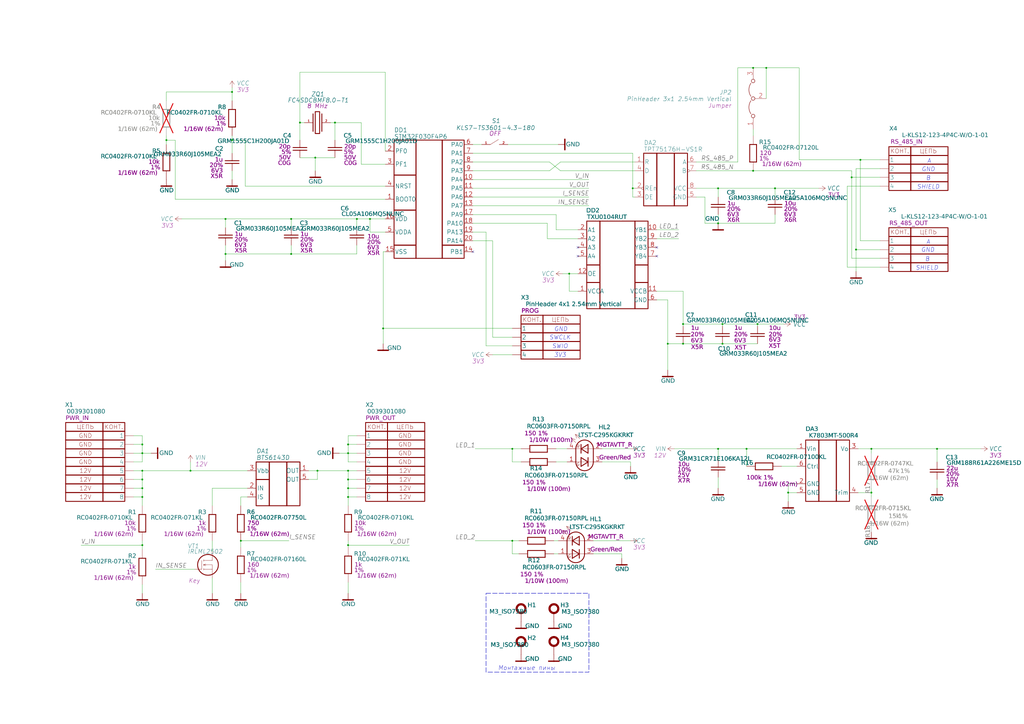
<source format=kicad_sch>
(kicad_sch (version 20250114) (generator "eeschema") (generator_version "9.0")
  (paper "A2")
  (title_block (title "Плата выключателя\\n Схема электрическая\\n принципиальная") (company "MALT SYSTEM") (comment 1 "РВНЕ.468349.001 Э3") (comment 2 "Соломонов К.Д.") (comment 3 "Белкин М.А.") (comment 4 "Боннет Я.В."))
  (rectangle (start 281.94 344.17) (end 341.63 389.89) (stroke (width 0.25) (type dash)))
  (text "A" (at 538.988 93.472 0) (effects (font (size 2.5 2.5) (italic yes))))
  (text "B" (at 537.972 150.368 0) (effects (font (size 2.5 2.5) (italic yes))))
  (text "A" (at 538.48 140.462 0) (effects (font (size 2.5 2.5) (italic yes))))
  (text "SHIELD" (at 537.718 155.448 0) (effects (font (size 2.5 2.5) (italic yes))))
  (text "GND" (at 538.226 145.034 0) (effects (font (size 2.5 2.5) (italic yes))))
  (text "3V3" (at 324.866 205.994 0) (effects (font (size 2.5 2.5) (italic yes))))
  (text "B" (at 538.48 103.378 0) (effects (font (size 2.5 2.5) (italic yes))))
  (text "GND" (at 538.48 98.298 0) (effects (font (size 2.5 2.5) (italic yes))))
  (text "Монтажные пины" (at 305.562 387.604 0) (effects (font (size 2.5 2.5) (italic yes))))
  (text "SWIO" (at 324.866 200.914 0) (effects (font (size 2.5 2.5) (italic yes))))
  (text "SWCLK" (at 324.866 195.834 0) (effects (font (size 2.5 2.5) (italic yes))))
  (text "GND" (at 325.374 191.008 0) (effects (font (size 2.5 2.5) (italic yes))))
  (text "SHIELD" (at 538.48 108.458 0) (effects (font (size 2.5 2.5) (italic yes))))
  (junction (at 201.93 278.13))
  (junction (at 201.93 283.21))
  (junction (at 173.99 71.12))
  (junction (at 201.93 316.23))
  (junction (at 449.58 109.22))
  (junction (at 416.56 109.22))
  (junction (at 297.18 260.35))
  (junction (at 207.01 127))
  (junction (at 222.25 190.5))
  (junction (at 201.93 288.29))
  (junction (at 457.2 285.75))
  (junction (at 543.56 260.35))
  (junction (at 297.18 313.69))
  (junction (at 444.5 39.37))
  (junction (at 110.49 273.05))
  (junction (at 168.91 127))
  (junction (at 419.1 199.39))
  (junction (at 82.55 262.89))
  (junction (at 168.91 147.32))
  (junction (at 330.2 158.75))
  (junction (at 416.56 260.35))
  (junction (at 201.93 273.05))
  (junction (at 139.7 313.69))
  (junction (at 182.88 91.44))
  (junction (at 82.55 257.81))
  (junction (at 367.03 109.22))
  (junction (at 436.88 39.37))
  (junction (at 130.81 127))
  (junction (at 436.88 99.06))
  (junction (at 184.15 273.05))
  (junction (at 505.46 285.75))
  (junction (at 416.56 129.54))
  (junction (at 82.55 316.23))
  (junction (at 82.55 273.05))
  (junction (at 214.63 127))
  (junction (at 433.07 260.35))
  (junction (at 496.57 144.78))
  (junction (at 201.93 257.81))
  (junction (at 396.24 199.39))
  (junction (at 439.42 187.96))
  (junction (at 82.55 278.13))
  (junction (at 82.55 288.29))
  (junction (at 419.1 187.96))
  (junction (at 201.93 262.89))
  (junction (at 396.24 187.96))
  (junction (at 505.46 260.35))
  (junction (at 494.03 102.87))
  (junction (at 499.11 92.71))
  (junction (at 387.35 199.39))
  (junction (at 82.55 283.21))
  (junction (at 96.52 81.28))
  (junction (at 130.81 147.32))
  (junction (at 134.62 53.34))
  (junction (at 134.62 81.28))
  (junction (at 194.31 71.12))
  (no_connect (at 335.28 143.51))
  (no_connect (at 274.32 146.05))
  (no_connect (at 335.28 148.59))
  (no_connect (at 381 148.59))
  (no_connect (at 381 143.51))
  (wire (pts (xy 201.93 267.97) (xy 201.93 262.89)))
  (wire (pts (xy 381 133.35) (xy 393.7 133.35)))
  (wire (pts (xy 543.56 278.13) (xy 543.56 283.21)))
  (wire (pts (xy 294.64 83.82) (xy 323.85 83.82)))
  (wire (pts (xy 496.57 97.79) (xy 496.57 144.78)))
  (wire (pts (xy 209.55 95.25) (xy 209.55 71.12)))
  (wire (pts (xy 297.18 321.31) (xy 300.99 321.31)))
  (wire (pts (xy 349.25 267.97) (xy 365.76 267.97)))
  (wire (pts (xy 387.35 199.39) (xy 396.24 199.39)))
  (wire (pts (xy 403.86 109.22) (xy 416.56 109.22)))
  (wire (pts (xy 96.52 53.34) (xy 96.52 58.42)))
  (wire (pts (xy 285.75 205.74) (xy 297.18 205.74)))
  (wire (pts (xy 403.86 93.98) (xy 427.99 93.98)))
  (wire (pts (xy 439.42 187.96) (xy 454.66 187.96)))
  (wire (pts (xy 510.54 139.7) (xy 499.11 139.7)))
  (wire (pts (xy 322.58 124.46) (xy 274.32 124.46)))
  (wire (pts (xy 449.58 124.46) (xy 449.58 129.54)))
  (wire (pts (xy 505.46 285.75) (xy 505.46 283.21)))
  (wire (pts (xy 168.91 147.32) (xy 168.91 142.24)))
  (wire (pts (xy 130.81 127) (xy 168.91 127)))
  (wire (pts (xy 123.19 335.28) (xy 123.19 344.17)))
  (wire (pts (xy 222.25 146.05) (xy 222.25 190.5)))
  (wire (pts (xy 168.91 147.32) (xy 130.81 147.32)))
  (wire (pts (xy 214.63 127) (xy 223.52 127)))
  (wire (pts (xy 96.52 78.74) (xy 96.52 81.28)))
  (wire (pts (xy 214.63 134.62) (xy 223.52 134.62)))
  (wire (pts (xy 449.58 129.54) (xy 416.56 129.54)))
  (wire (pts (xy 82.55 278.13) (xy 82.55 283.21)))
  (wire (pts (xy 209.55 71.12) (xy 194.31 71.12)))
  (wire (pts (xy 505.46 260.35) (xy 505.46 262.89)))
  (wire (pts (xy 142.24 81.28) (xy 142.24 107.95)))
  (wire (pts (xy 77.47 257.81) (xy 82.55 257.81)))
  (wire (pts (xy 223.52 87.63) (xy 223.52 41.91)))
  (wire (pts (xy 499.11 92.71) (xy 499.11 139.7)))
  (wire (pts (xy 433.07 260.35) (xy 433.07 270.51)))
  (wire (pts (xy 330.2 158.75) (xy 330.2 168.91)))
  (wire (pts (xy 223.52 41.91) (xy 173.99 41.91)))
  (wire (pts (xy 191.77 71.12) (xy 194.31 71.12)))
  (wire (pts (xy 543.56 267.97) (xy 543.56 260.35)))
  (wire (pts (xy 201.93 252.73) (xy 207.01 252.73)))
  (wire (pts (xy 297.18 195.58) (xy 285.75 195.58)))
  (wire (pts (xy 184.15 278.13) (xy 184.15 273.05)))
  (wire (pts (xy 214.63 127) (xy 207.01 127)))
  (wire (pts (xy 427.99 39.37) (xy 436.88 39.37)))
  (wire (pts (xy 387.35 173.99) (xy 381 173.99)))
  (wire (pts (xy 179.07 278.13) (xy 184.15 278.13)))
  (wire (pts (xy 368.3 114.3) (xy 367.03 114.3)))
  (wire (pts (xy 391.16 260.35) (xy 416.56 260.35)))
  (wire (pts (xy 325.12 99.06) (xy 368.3 99.06)))
  (wire (pts (xy 463.55 39.37) (xy 444.5 39.37)))
  (wire (pts (xy 396.24 168.91) (xy 381 168.91)))
  (wire (pts (xy 419.1 199.39) (xy 439.42 199.39)))
  (wire (pts (xy 433.07 260.35) (xy 462.28 260.35)))
  (wire (pts (xy 173.99 91.44) (xy 182.88 91.44)))
  (wire (pts (xy 173.99 71.12) (xy 173.99 81.28)))
  (wire (pts (xy 496.57 144.78) (xy 496.57 157.48)))
  (wire (pts (xy 416.56 276.86) (xy 416.56 283.21)))
  (wire (pts (xy 274.32 109.22) (xy 341.63 109.22)))
  (wire (pts (xy 201.93 262.89) (xy 201.93 257.81)))
  (wire (pts (xy 222.25 190.5) (xy 297.18 190.5)))
  (wire (pts (xy 318.77 93.98) (xy 274.32 93.98)))
  (wire (pts (xy 223.52 146.05) (xy 222.25 146.05)))
  (wire (pts (xy 349.25 260.35) (xy 365.76 260.35)))
  (wire (pts (xy 139.7 293.37) (xy 139.7 288.29)))
  (wire (pts (xy 367.03 114.3) (xy 367.03 109.22)))
  (wire (pts (xy 510.54 144.78) (xy 496.57 144.78)))
  (wire (pts (xy 317.5 129.54) (xy 317.5 138.43)))
  (wire (pts (xy 281.94 134.62) (xy 274.32 134.62)))
  (wire (pts (xy 207.01 147.32) (xy 168.91 147.32)))
  (wire (pts (xy 207.01 127) (xy 168.91 127)))
  (wire (pts (xy 344.17 313.69) (xy 365.76 313.69)))
  (wire (pts (xy 182.88 91.44) (xy 194.31 91.44)))
  (wire (pts (xy 318.77 93.98) (xy 325.12 99.06)))
  (wire (pts (xy 207.01 288.29) (xy 201.93 288.29)))
  (wire (pts (xy 223.52 95.25) (xy 209.55 95.25)))
  (wire (pts (xy 123.19 283.21) (xy 123.19 293.37)))
  (wire (pts (xy 335.28 158.75) (xy 330.2 158.75)))
  (wire (pts (xy 105.41 127) (xy 130.81 127)))
  (wire (pts (xy 274.32 104.14) (xy 341.63 104.14)))
  (wire (pts (xy 317.5 138.43) (xy 335.28 138.43)))
  (wire (pts (xy 82.55 257.81) (xy 82.55 262.89)))
  (wire (pts (xy 497.84 285.75) (xy 505.46 285.75)))
  (wire (pts (xy 449.58 109.22) (xy 474.98 109.22)))
  (wire (pts (xy 167.64 313.69) (xy 139.7 313.69)))
  (wire (pts (xy 321.31 321.31) (xy 323.85 321.31)))
  (wire (pts (xy 82.55 288.29) (xy 82.55 293.37)))
  (wire (pts (xy 449.58 109.22) (xy 449.58 114.3)))
  (wire (pts (xy 297.18 313.69) (xy 275.59 313.69)))
  (wire (pts (xy 419.1 187.96) (xy 419.1 189.23)))
  (wire (pts (xy 510.54 149.86) (xy 494.03 149.86)))
  (wire (pts (xy 416.56 260.35) (xy 416.56 266.7)))
  (wire (pts (xy 396.24 187.96) (xy 396.24 168.91)))
  (wire (pts (xy 387.35 173.99) (xy 387.35 199.39)))
  (wire (pts (xy 275.59 260.35) (xy 297.18 260.35)))
  (wire (pts (xy 403.86 114.3) (xy 408.94 114.3)))
  (wire (pts (xy 134.62 53.34) (xy 96.52 53.34)))
  (wire (pts (xy 396.24 199.39) (xy 419.1 199.39)))
  (wire (pts (xy 82.55 252.73) (xy 82.55 257.81)))
  (wire (pts (xy 297.18 200.66) (xy 281.94 200.66)))
  (wire (pts (xy 82.55 267.97) (xy 77.47 267.97)))
  (wire (pts (xy 201.93 257.81) (xy 207.01 257.81)))
  (wire (pts (xy 436.88 74.93) (xy 436.88 78.74)))
  (wire (pts (xy 207.01 142.24) (xy 207.01 147.32)))
  (wire (pts (xy 403.86 99.06) (xy 436.88 99.06)))
  (wire (pts (xy 322.58 267.97) (xy 328.93 267.97)))
  (wire (pts (xy 285.75 195.58) (xy 285.75 139.7)))
  (wire (pts (xy 439.42 187.96) (xy 439.42 189.23)))
  (wire (pts (xy 462.28 280.67) (xy 457.2 280.67)))
  (wire (pts (xy 77.47 283.21) (xy 82.55 283.21)))
  (wire (pts (xy 274.32 83.82) (xy 279.4 83.82)))
  (wire (pts (xy 110.49 267.97) (xy 110.49 273.05)))
  (wire (pts (xy 496.57 97.79) (xy 510.54 97.79)))
  (wire (pts (xy 201.93 283.21) (xy 207.01 283.21)))
  (wire (pts (xy 322.58 260.35) (xy 328.93 260.35)))
  (wire (pts (xy 173.99 41.91) (xy 173.99 71.12)))
  (wire (pts (xy 396.24 189.23) (xy 396.24 187.96)))
  (wire (pts (xy 134.62 81.28) (xy 134.62 88.9)))
  (wire (pts (xy 201.93 316.23) (xy 201.93 317.5)))
  (wire (pts (xy 222.25 190.5) (xy 222.25 199.39)))
  (wire (pts (xy 381 138.43) (xy 393.7 138.43)))
  (wire (pts (xy 427.99 39.37) (xy 427.99 93.98)))
  (wire (pts (xy 274.32 88.9) (xy 367.03 88.9)))
  (wire (pts (xy 367.03 88.9) (xy 367.03 109.22)))
  (wire (pts (xy 82.55 262.89) (xy 82.55 267.97)))
  (wire (pts (xy 139.7 288.29) (xy 143.51 288.29)))
  (wire (pts (xy 494.03 102.87) (xy 494.03 149.86)))
  (wire (pts (xy 90.17 330.2) (xy 113.03 330.2)))
  (wire (pts (xy 543.56 260.35) (xy 568.96 260.35)))
  (wire (pts (xy 419.1 187.96) (xy 439.42 187.96)))
  (wire (pts (xy 318.77 99.06) (xy 274.32 99.06)))
  (wire (pts (xy 194.31 71.12) (xy 194.31 81.28)))
  (wire (pts (xy 274.32 114.3) (xy 341.63 114.3)))
  (wire (pts (xy 330.2 168.91) (xy 335.28 168.91)))
  (wire (pts (xy 82.55 288.29) (xy 77.47 288.29)))
  (wire (pts (xy 82.55 273.05) (xy 82.55 278.13)))
  (wire (pts (xy 201.93 313.69) (xy 201.93 316.23)))
  (wire (pts (xy 453.39 270.51) (xy 462.28 270.51)))
  (wire (pts (xy 87.63 262.89) (xy 82.55 262.89)))
  (wire (pts (xy 416.56 109.22) (xy 416.56 114.3)))
  (wire (pts (xy 505.46 285.75) (xy 505.46 288.29)))
  (wire (pts (xy 387.35 214.63) (xy 387.35 199.39)))
  (wire (pts (xy 101.6 115.57) (xy 223.52 115.57)))
  (wire (pts (xy 201.93 337.82) (xy 201.93 344.17)))
  (wire (pts (xy 77.47 273.05) (xy 82.55 273.05)))
  (wire (pts (xy 497.84 260.35) (xy 505.46 260.35)))
  (wire (pts (xy 123.19 313.69) (xy 123.19 320.04)))
  (wire (pts (xy 46.99 316.23) (xy 82.55 316.23)))
  (wire (pts (xy 201.93 262.89) (xy 207.01 262.89)))
  (wire (pts (xy 408.94 114.3) (xy 408.94 129.54)))
  (wire (pts (xy 344.17 321.31) (xy 360.68 321.31)))
  (wire (pts (xy 494.03 102.87) (xy 510.54 102.87)))
  (wire (pts (xy 168.91 127) (xy 168.91 132.08)))
  (wire (pts (xy 285.75 139.7) (xy 274.32 139.7)))
  (wire (pts (xy 321.31 313.69) (xy 323.85 313.69)))
  (wire (pts (xy 297.18 313.69) (xy 297.18 321.31)))
  (wire (pts (xy 201.93 288.29) (xy 201.93 283.21)))
  (wire (pts (xy 457.2 285.75) (xy 462.28 285.75)))
  (wire (pts (xy 201.93 273.05) (xy 207.01 273.05)))
  (wire (pts (xy 134.62 58.42) (xy 134.62 53.34)))
  (wire (pts (xy 176.53 71.12) (xy 173.99 71.12)))
  (wire (pts (xy 201.93 288.29) (xy 201.93 293.37)))
  (wire (pts (xy 207.01 267.97) (xy 201.93 267.97)))
  (wire (pts (xy 360.68 321.31) (xy 360.68 323.85)))
  (wire (pts (xy 491.49 107.95) (xy 491.49 154.94)))
  (wire (pts (xy 318.77 99.06) (xy 325.12 93.98)))
  (wire (pts (xy 499.11 92.71) (xy 510.54 92.71)))
  (wire (pts (xy 82.55 283.21) (xy 82.55 288.29)))
  (wire (pts (xy 444.5 39.37) (xy 436.88 39.37)))
  (wire (pts (xy 77.47 262.89) (xy 82.55 262.89)))
  (wire (pts (xy 130.81 147.32) (xy 130.81 142.24)))
  (wire (pts (xy 281.94 200.66) (xy 281.94 134.62)))
  (wire (pts (xy 444.5 57.15) (xy 444.5 39.37)))
  (wire (pts (xy 196.85 262.89) (xy 201.93 262.89)))
  (wire (pts (xy 365.76 267.97) (xy 365.76 270.51)))
  (wire (pts (xy 201.93 283.21) (xy 201.93 278.13)))
  (wire (pts (xy 491.49 107.95) (xy 510.54 107.95)))
  (wire (pts (xy 184.15 273.05) (xy 201.93 273.05)))
  (wire (pts (xy 201.93 278.13) (xy 201.93 273.05)))
  (wire (pts (xy 494.03 102.87) (xy 494.03 99.06)))
  (wire (pts (xy 134.62 81.28) (xy 142.24 81.28)))
  (wire (pts (xy 101.6 81.28) (xy 96.52 81.28)))
  (wire (pts (xy 463.55 92.71) (xy 499.11 92.71)))
  (wire (pts (xy 82.55 316.23) (xy 82.55 318.77)))
  (wire (pts (xy 297.18 267.97) (xy 302.26 267.97)))
  (wire (pts (xy 201.93 316.23) (xy 237.49 316.23)))
  (wire (pts (xy 274.32 129.54) (xy 317.5 129.54)))
  (wire (pts (xy 139.7 337.82) (xy 139.7 344.17)))
  (wire (pts (xy 134.62 50.8) (xy 134.62 53.34)))
  (wire (pts (xy 543.56 260.35) (xy 505.46 260.35)))
  (wire (pts (xy 142.24 107.95) (xy 223.52 107.95)))
  (wire (pts (xy 297.18 260.35) (xy 297.18 267.97)))
  (wire (pts (xy 207.01 127) (xy 207.01 132.08)))
  (wire (pts (xy 436.88 99.06) (xy 494.03 99.06)))
  (wire (pts (xy 297.18 313.69) (xy 300.99 313.69)))
  (wire (pts (xy 322.58 133.35) (xy 322.58 124.46)))
  (wire (pts (xy 143.51 283.21) (xy 123.19 283.21)))
  (wire (pts (xy 416.56 109.22) (xy 449.58 109.22)))
  (wire (pts (xy 130.81 151.13) (xy 130.81 147.32)))
  (wire (pts (xy 326.39 158.75) (xy 330.2 158.75)))
  (wire (pts (xy 96.52 81.28) (xy 96.52 83.82)))
  (wire (pts (xy 110.49 273.05) (xy 143.51 273.05)))
  (wire (pts (xy 77.47 252.73) (xy 82.55 252.73)))
  (wire (pts (xy 408.94 129.54) (xy 416.56 129.54)))
  (wire (pts (xy 463.55 39.37) (xy 463.55 92.71)))
  (wire (pts (xy 134.62 78.74) (xy 134.62 81.28)))
  (wire (pts (xy 457.2 285.75) (xy 457.2 290.83)))
  (wire (pts (xy 335.28 133.35) (xy 322.58 133.35)))
  (wire (pts (xy 325.12 93.98) (xy 368.3 93.98)))
  (wire (pts (xy 134.62 104.14) (xy 134.62 99.06)))
  (wire (pts (xy 457.2 280.67) (xy 457.2 285.75)))
  (wire (pts (xy 130.81 127) (xy 130.81 132.08)))
  (wire (pts (xy 101.6 115.57) (xy 101.6 81.28)))
  (wire (pts (xy 367.03 109.22) (xy 368.3 109.22)))
  (wire (pts (xy 201.93 257.81) (xy 201.93 252.73)))
  (wire (pts (xy 297.18 260.35) (xy 302.26 260.35)))
  (wire (pts (xy 396.24 187.96) (xy 419.1 187.96)))
  (wire (pts (xy 182.88 99.06) (xy 182.88 91.44)))
  (wire (pts (xy 77.47 278.13) (xy 82.55 278.13)))
  (wire (pts (xy 201.93 278.13) (xy 207.01 278.13)))
  (wire (pts (xy 139.7 313.69) (xy 139.7 317.5)))
  (wire (pts (xy 416.56 260.35) (xy 433.07 260.35)))
  (wire (pts (xy 510.54 154.94) (xy 491.49 154.94)))
  (wire (pts (xy 214.63 127) (xy 214.63 134.62)))
  (wire (pts (xy 82.55 339.09) (xy 82.55 344.17)))
  (wire (pts (xy 82.55 273.05) (xy 110.49 273.05)))
  (wire (pts (xy 82.55 313.69) (xy 82.55 316.23)))
  (wire (pts (xy 416.56 129.54) (xy 416.56 124.46)))
  (wire (pts (xy 274.32 119.38) (xy 341.63 119.38)))
  (wire (pts (xy 179.07 273.05) (xy 184.15 273.05)))
  (label "V_IN" (at 341.63 104.14 180) (effects (font (size 2.54 2.54) (italic yes))))
  (label "IN_SENSE" (at 90.17 330.2 0) (effects (font (size 2.54 2.54) (italic yes))))
  (label "I_SENSE" (at 341.63 114.3 180) (effects (font (size 2.54 2.54) (italic yes))))
  (label "RS_485_N" (at 425.45 99.06 180) (effects (font (size 2.54 2.54) (italic yes))))
  (label "LED_2" (at 393.7 138.43 180) (effects (font (size 2.54 2.54) (italic yes))))
  (label "V_OUT" (at 341.63 109.22 180) (effects (font (size 2.54 2.54) (italic yes))))
  (label "I_SENSE" (at 167.64 313.69 0) (effects (font (size 2.54 2.54) (italic yes))))
  (label "V_IN" (at 46.99 316.23 0) (effects (font (size 2.54 2.54) (italic yes))))
  (label "IN_SENSE" (at 341.63 119.38 180) (effects (font (size 2.54 2.54) (italic yes))))
  (label "LED_1" (at 275.59 260.35 180) (effects (font (size 2.54 2.54) (italic yes))))
  (label "V_OUT" (at 237.49 316.23 180) (effects (font (size 2.54 2.54) (italic yes))))
  (label "LED_2" (at 275.59 313.69 180) (effects (font (size 2.54 2.54) (italic yes))))
  (label "LED_1" (at 393.7 133.35 180) (effects (font (size 2.54 2.54) (italic yes))))
  (label "RS_485_P" (at 425.45 93.98 180) (effects (font (size 2.54 2.54) (italic yes))))
  (symbol (lib_id "GOST_symbols:Capacitor_standart") (at 134.62 93.98 0) (mirror y) (unit 1)
    (property "Reference" "C2" (at 129.54 86.36 0) (effects (font (size 2.5 2.5) (italic yes)) (justify left)))
    (property "Value" "GRM033R60J105MEA2" (at 129.54 89.535 0) (effects (font (size 2.5 2.5) (italic yes)) (justify left)))
    (property "Footprint" "Capacitor_SMD:C_0201_0603Metric" (effects (hide yes)))
    (property "Capacitance" "1u" (at 129.54 92.71 0) (effects (font (size 2.5 2.5) (italic yes)) (justify left)))
    (property "Tolerance" "20%" (at 129.54 95.885 0) (effects (font (size 2.5 2.5) (italic yes)) (justify left)))
    (property "MaxVoltage" "6V3" (at 129.54 99.06 0) (effects (font (size 2.5 2.5) (italic yes)) (justify left)))
    (property "TempFactor" "X5R" (at 129.54 102.235 0) (effects (font (size 2.5 2.5) (italic yes)) (justify left)))
    (property "Type" "Конденсатор  {Конденсаторы}" (effects (hide yes)))
  )
  (symbol (lib_id "GOST_symbols:GND") (at 387.35 215.9 0) (unit 1)
    (property "Reference" "#PWR026" (effects (hide yes)))
    (property "Value" "GND" (at 387.35 220.98 0) (effects (font (size 2.5 2.5) (italic yes))))
  )
  (symbol (lib_id "GOST_symbols:PowerIn") (at 365.76 313.69 180) (unit 1)
    (property "Reference" "#PWR025" (effects (hide yes)))
    (property "Value" "VCC" (at 374.396 313.69 0) (effects (font (size 2.5 2.5) (italic yes)) (justify left)))
    (property "Voltage" "3V3" (at 374.396 317.5 0) (effects (font (size 2.4892 2.4892) (italic yes)) (justify left)))
  )
  (symbol (lib_id "GOST_symbols:GND") (at 321.31 381 0) (unit 1)
    (property "Reference" "#PWR04" (effects (hide yes)))
    (property "Value" "GND" (at 327.66 382.27 0) (effects (font (size 2.5 2.5) (italic yes))))
  )
  (symbol (lib_id "GOST_symbols:GND") (at 96.52 105.41 0) (unit 1)
    (property "Reference" "#PWR010" (effects (hide yes)))
    (property "Value" "GND" (at 96.52 110.49 0) (effects (font (size 2.5 2.5) (italic yes))))
  )
  (symbol (lib_id "GOST_symbols:GND") (at 82.55 345.44 0) (unit 1)
    (property "Reference" "#PWR05" (effects (hide yes)))
    (property "Value" "GND" (at 82.55 350.52 0) (effects (font (size 2.5 2.5) (italic yes))))
  )
  (symbol (lib_id "GOST_symbols:Resistor") (at 311.15 313.69 180) (unit 1)
    (property "Reference" "R11" (at 314.452 296.672 0) (effects (font (size 2.5 2.5) (italic yes)) (justify left)))
    (property "Value" "RC0603FR-07150RPL" (at 302.26 300.736 0) (effects (font (size 2.5 2.5) (italic yes)) (justify right)))
    (property "Footprint" "Resistor_SMD:R_0603_1608Metric" (effects (hide yes)))
    (property "Resistence" "150" (at 310.134 304.8 0) (effects (font (size 2.4892 2.4892) (italic yes)) (justify left)))
    (property "MaxPower" "1/10W (100m)" (at 304.292 308.61 0) (effects (font (size 2.4892 2.4892) (italic yes)) (justify right)))
    (property "Tolerance" "1%" (at 316.484 304.8 0) (effects (font (size 2.4892 2.4892) (italic yes)) (justify left)))
    (property "Type" "Резистор {Резисторы}" (effects (hide yes)))
  )
  (symbol (lib_id "GOST_symbols:MountingHole_Pin") (at 321.31 372.11 0) (unit 1) (in_bom no)
    (property "Reference" "H4" (at 325.12 370.205 0) (effects (font (size 2.5 2.5) (italic yes)) (justify left)))
    (property "Value" "M3_ISO7380" (at 325.12 374.015 0) (effects (font (size 2.5 2.5) (italic yes)) (justify left)))
    (property "Footprint" "MountingHole:MountingHole_3.2mm_M3_ISO7380_Pad" (effects (hide yes)))
    (property "Description" "Mounting Hole without connection" (effects (hide yes)))
    (property "exclude_from_bom" "1" (effects (hide yes)))
  )
  (symbol (lib_id "GOST_symbols:PowerIn") (at 285.75 205.74 0) (unit 1)
    (property "Reference" "#PWR019" (effects (hide yes)))
    (property "Value" "VCC" (at 280.67 205.74 0) (effects (font (size 2.5 2.5) (italic yes)) (justify right)))
    (property "Voltage" "3V3" (at 280.67 209.55 0) (effects (font (size 2.4892 2.4892) (italic yes)) (justify right)))
  )
  (symbol (lib_id "GOST_symbols:GND") (at 365.76 271.78 0) (unit 1)
    (property "Reference" "#PWR024" (effects (hide yes)))
    (property "Value" "GND" (at 365.76 276.86 0) (effects (font (size 2.5 2.5) (italic yes))))
  )
  (symbol (lib_id "GOST_symbols:GND") (at 139.7 345.44 0) (unit 1)
    (property "Reference" "#PWR012" (effects (hide yes)))
    (property "Value" "GND" (at 139.7 350.52 0) (effects (font (size 2.5 2.5) (italic yes))))
  )
  (symbol (lib_id "GOST_symbols:Resistor") (at 505.46 298.45 270) (unit 1) (dnp yes)
    (property "Reference" "R18" (at 503.555 304.8 0) (effects (font (size 2.5 2.5) (italic yes)) (justify left)))
    (property "Value" "RC0402FR-0715KL" (at 530.352 294.894 90) (effects (font (size 2.5 2.5) (italic yes)) (justify right)))
    (property "Footprint" "Resistor_SMD:R_0402_1005Metric" (effects (hide yes)))
    (property "Resistence" "15k" (at 515.112 299.466 90) (effects (font (size 2.4892 2.4892) (italic yes)) (justify left)))
    (property "MaxPower" "1/16W (62m)" (at 528.574 303.784 90) (effects (font (size 2.4892 2.4892) (italic yes)) (justify right)))
    (property "Tolerance" "1%" (at 520.954 299.466 90) (effects (font (size 2.4892 2.4892) (italic yes)) (justify left)))
    (property "Type" "Резистор {Резисторы}" (effects (hide yes)))
  )
  (symbol (lib_id "GOST_symbols:GND") (at 325.12 83.82 90) (unit 1)
    (property "Reference" "#PWR020" (effects (hide yes)))
    (property "Value" "GND" (at 332.486 83.82 90) (effects (font (size 2.5 2.5) (italic yes))))
  )
  (symbol (lib_id "GOST_symbols:Resistor") (at 139.7 327.66 90) (unit 1)
    (property "Reference" "R7" (at 143.51 321.31 90) (effects (font (size 2.5 2.5) (italic yes)) (justify right)))
    (property "Value" "RC0402FR-07160L" (at 143.51 324.485 90) (effects (font (size 2.5 2.5) (italic yes)) (justify right)))
    (property "Footprint" "Resistor_SMD:R_0402_1005Metric" (effects (hide yes)))
    (property "Resistence" "160" (at 143.51 327.66 90) (effects (font (size 2.4892 2.4892) (italic yes)) (justify right)))
    (property "MaxPower" "1/16W (62m)" (at 143.51 334.01 90) (effects (font (size 2.4892 2.4892) (italic yes)) (justify right)))
    (property "Tolerance" "1%" (at 143.51 330.835 90) (effects (font (size 2.4892 2.4892) (italic yes)) (justify right)))
    (property "Type" "Резистор {Резисторы}" (effects (hide yes)))
  )
  (symbol (lib_id "GOST_symbols:Oscillator") (at 184.15 71.12 0) (unit 1)
    (property "Reference" "ZQ1" (at 184.15 54.61 0) (effects (font (size 2.5 2.5) (italic yes))))
    (property "Value" "FC4SDCBMF8.0-T1" (at 184.404 58.166 0) (effects (font (size 2.5 2.5) (italic yes))))
    (property "Footprint" "Crystal:Crystal_SMD_HC49-SD" (effects (hide yes)))
    (property "Frequency" "8 MHz" (at 183.896 61.468 0) (effects (font (size 2.5 2.5) (italic yes))))
    (property "Name" "Name" (effects (hide yes)))
  )
  (symbol (lib_id "GOST_symbols:Capacitor_standart") (at 396.24 194.31 0) (unit 1)
    (property "Reference" "C7" (at 398.018 182.88 0) (effects (font (size 2.5 2.5) (italic yes)) (justify left)))
    (property "Value" "GRM033R60J105MEA2" (at 397.51 185.928 0) (effects (font (size 2.5 2.5) (italic yes)) (justify left)))
    (property "Footprint" "Capacitor_SMD:C_0201_0603Metric" (effects (hide yes)))
    (property "Capacitance" "1u" (at 400.558 190.373 0) (effects (font (size 2.5 2.5) (italic yes)) (justify left)))
    (property "Tolerance" "20%" (at 400.558 194.056 0) (effects (font (size 2.5 2.5) (italic yes)) (justify left)))
    (property "MaxVoltage" "6V3" (at 400.558 197.612 0) (effects (font (size 2.5 2.5) (italic yes)) (justify left)))
    (property "TempFactor" "X5R" (at 400.558 201.422 0) (effects (font (size 2.5 2.5) (italic yes)) (justify left)))
    (property "Type" "Конденсатор  {Конденсаторы}" (effects (hide yes)))
  )
  (symbol (lib_id "GOST_symbols:Resistor") (at 311.15 321.31 180) (unit 1)
    (property "Reference" "R12" (at 313.182 325.12 0) (effects (font (size 2.5 2.5) (italic yes)) (justify left)))
    (property "Value" "RC0603FR-07150RPL" (at 300.99 329.184 0) (effects (font (size 2.5 2.5) (italic yes)) (justify right)))
    (property "Footprint" "Resistor_SMD:R_0603_1608Metric" (effects (hide yes)))
    (property "Resistence" "150" (at 308.864 333.248 0) (effects (font (size 2.4892 2.4892) (italic yes)) (justify left)))
    (property "MaxPower" "1/10W (100m)" (at 303.022 337.058 0) (effects (font (size 2.4892 2.4892) (italic yes)) (justify right)))
    (property "Tolerance" "1%" (at 315.214 333.248 0) (effects (font (size 2.4892 2.4892) (italic yes)) (justify left)))
    (property "Type" "Резистор {Резисторы}" (effects (hide yes)))
  )
  (symbol (lib_id "GOST_symbols:Capacitor_standart") (at 419.1 194.31 0) (unit 1)
    (property "Reference" "C10" (at 416.56 202.438 0) (effects (font (size 2.5 2.5) (italic yes)) (justify left)))
    (property "Value" "GRM033R60J105MEA2" (at 416.306 205.232 0) (effects (font (size 2.5 2.5) (italic yes)) (justify left)))
    (property "Footprint" "Capacitor_SMD:C_0201_0603Metric" (effects (hide yes)))
    (property "Capacitance" "1u" (at 425.704 190.246 0) (effects (font (size 2.5 2.5) (italic yes)) (justify left)))
    (property "Tolerance" "20%" (at 425.704 194.056 0) (effects (font (size 2.5 2.5) (italic yes)) (justify left)))
    (property "MaxVoltage" "6V3" (at 425.704 197.612 0) (effects (font (size 2.5 2.5) (italic yes)) (justify left)))
    (property "TempFactor" "X5T" (at 425.958 201.676 0) (effects (font (size 2.5 2.5) (italic yes)) (justify left)))
    (property "Type" "Конденсатор  {Конденсаторы}" (effects (hide yes)))
  )
  (symbol (lib_id "GOST_symbols:Resistor") (at 201.93 303.53 90) (unit 1)
    (property "Reference" "R9" (at 205.74 297.18 90) (effects (font (size 2.5 2.5) (italic yes)) (justify right)))
    (property "Value" "RC0402FR-0710KL" (at 205.74 300.355 90) (effects (font (size 2.5 2.5) (italic yes)) (justify right)))
    (property "Footprint" "Resistor_SMD:R_0402_1005Metric" (effects (hide yes)))
    (property "Resistence" "10k" (at 205.74 303.53 90) (effects (font (size 2.4892 2.4892) (italic yes)) (justify right)))
    (property "MaxPower" "1/16W (62m)" (at 205.74 309.88 90) (effects (font (size 2.4892 2.4892) (italic yes)) (justify right)))
    (property "Tolerance" "1%" (at 205.74 306.705 90) (effects (font (size 2.4892 2.4892) (italic yes)) (justify right)))
    (property "Type" "Резистор {Резисторы}" (effects (hide yes)))
  )
  (symbol (lib_id "GOST_symbols:Capacitor_standart") (at 543.56 273.05 0) (unit 1)
    (property "Reference" "C13" (at 548.64 265.43 0) (effects (font (size 2.5 2.5) (italic yes)) (justify left)))
    (property "Value" "GRM188R61A226ME15D" (at 548.64 268.605 0) (effects (font (size 2.5 2.5) (italic yes)) (justify left)))
    (property "Footprint" "Capacitor_SMD:C_0201_0603Metric" (effects (hide yes)))
    (property "Capacitance" "22u" (at 548.64 271.78 0) (effects (font (size 2.5 2.5) (italic yes)) (justify left)))
    (property "Tolerance" "20%" (at 548.64 274.955 0) (effects (font (size 2.5 2.5) (italic yes)) (justify left)))
    (property "MaxVoltage" "10V" (at 548.64 278.13 0) (effects (font (size 2.5 2.5) (italic yes)) (justify left)))
    (property "TempFactor" "X7R" (at 548.64 281.305 0) (effects (font (size 2.5 2.5) (italic yes)) (justify left)))
    (property "Type" "Конденсатор  {Конденсаторы}" (effects (hide yes)))
  )
  (symbol (lib_id "GOST_symbols:LEDx2") (at 339.09 260.35 0) (unit 1)
    (property "Reference" "HL2" (at 350.52 247.904 0) (effects (font (size 2.5 2.5) (italic yes))))
    (property "Value" "LTST-C295KGKRKT" (at 351.282 252.476 0) (effects (font (size 2.5 2.5) (italic yes))))
    (property "Footprint" "MALT_Fpr_PassiveComp:LTST-C295" (effects (hide yes)))
    (property "Description" "светодиод" (effects (hide yes)))
    (property "Type" "Светодиод  {Светодиоды}" (effects (hide yes)))
    (property "Name" "MGTAVTT_R" (at 356.362 258.064 0) (effects (font (size 2.5 2.5) (italic yes))))
    (property "Color" "Green/Red" (at 356.616 265.43 0) (effects (font (size 2.4892 2.4892) (italic yes))))
  )
  (symbol (lib_id "GOST_symbols:GND") (at 505.46 309.88 0) (mirror y) (unit 1)
    (property "Reference" "#PWR034" (effects (hide yes)))
    (property "Value" "GND" (at 505.46 314.96 0) (effects (font (size 2.5 2.5) (italic yes))))
  )
  (symbol (lib_id "GOST_symbols:Resistor") (at 123.19 303.53 270) (mirror x) (unit 1)
    (property "Reference" "R3" (at 119.38 297.18 90) (effects (font (size 2.5 2.5) (italic yes)) (justify right)))
    (property "Value" "RC0402FR-071KL" (at 119.38 300.355 90) (effects (font (size 2.5 2.5) (italic yes)) (justify right)))
    (property "Footprint" "Resistor_SMD:R_0402_1005Metric" (effects (hide yes)))
    (property "Resistence" "1k" (at 119.38 303.53 90) (effects (font (size 2.4892 2.4892) (italic yes)) (justify right)))
    (property "MaxPower" "1/16W (62m)" (at 119.38 309.88 90) (effects (font (size 2.4892 2.4892) (italic yes)) (justify right)))
    (property "Tolerance" "1%" (at 119.38 306.705 90) (effects (font (size 2.4892 2.4892) (italic yes)) (justify right)))
    (property "Type" "Резистор {Резисторы}" (effects (hide yes)))
  )
  (symbol (lib_id "GOST_symbols:GND") (at 195.58 262.89 270) (unit 1)
    (property "Reference" "#PWR016" (effects (hide yes)))
    (property "Value" "GND" (at 191.77 262.89 90) (effects (font (size 2.5 2.5) (italic yes)) (justify right)))
  )
  (symbol (lib_id "GOST_symbols:Capacitor_standart") (at 173.99 86.36 0) (mirror y) (unit 1)
    (property "Reference" "C4" (at 168.91 78.74 0) (effects (font (size 2.5 2.5) (italic yes)) (justify left)))
    (property "Value" "GRM1555C1H200JA01D" (at 168.91 81.915 0) (effects (font (size 2.5 2.5) (italic yes)) (justify left)))
    (property "Footprint" "Capacitor_SMD:C_0201_0603Metric" (effects (hide yes)))
    (property "Capacitance" "20p" (at 168.91 85.09 0) (effects (font (size 2.5 2.5) (italic yes)) (justify left)))
    (property "Tolerance" "5%" (at 168.91 88.265 0) (effects (font (size 2.5 2.5) (italic yes)) (justify left)))
    (property "MaxVoltage" "50V" (at 168.91 91.44 0) (effects (font (size 2.5 2.5) (italic yes)) (justify left)))
    (property "TempFactor" "C0G" (at 168.91 94.615 0) (effects (font (size 2.5 2.5) (italic yes)) (justify left)))
    (property "Type" "Конденсатор  {Конденсаторы}" (effects (hide yes)))
  )
  (symbol (lib_id "GOST_symbols:Capacitor_standart") (at 416.56 271.78 0) (unit 1)
    (property "Reference" "C9" (at 392.938 263.017 0) (effects (font (size 2.5 2.5) (italic yes)) (justify left)))
    (property "Value" "GRM31CR71E106KA12L" (at 392.938 266.192 0) (effects (font (size 2.5 2.5) (italic yes)) (justify left)))
    (property "Footprint" "Capacitor_SMD:C_1206_3216Metric" (effects (hide yes)))
    (property "Capacitance" "10u" (at 392.938 269.367 0) (effects (font (size 2.5 2.5) (italic yes)) (justify left)))
    (property "Tolerance" "10%" (at 392.938 272.542 0) (effects (font (size 2.5 2.5) (italic yes)) (justify left)))
    (property "MaxVoltage" "25V" (at 392.938 275.717 0) (effects (font (size 2.5 2.5) (italic yes)) (justify left)))
    (property "TempFactor" "X7R" (at 392.938 278.892 0) (effects (font (size 2.5 2.5) (italic yes)) (justify left)))
    (property "Type" "Конденсатор  {Конденсаторы}" (effects (hide yes)))
  )
  (symbol (lib_id "GOST_symbols:Resistor") (at 201.93 327.66 90) (unit 1)
    (property "Reference" "R10" (at 205.74 321.31 90) (effects (font (size 2.5 2.5) (italic yes)) (justify right)))
    (property "Value" "RC0402FR-071KL" (at 205.74 324.485 90) (effects (font (size 2.5 2.5) (italic yes)) (justify right)))
    (property "Footprint" "Resistor_SMD:R_0402_1005Metric" (effects (hide yes)))
    (property "Resistence" "1k" (at 205.74 327.66 90) (effects (font (size 2.4892 2.4892) (italic yes)) (justify right)))
    (property "MaxPower" "1/16W (62m)" (at 205.74 334.01 90) (effects (font (size 2.4892 2.4892) (italic yes)) (justify right)))
    (property "Tolerance" "1%" (at 205.74 330.835 90) (effects (font (size 2.4892 2.4892) (italic yes)) (justify right)))
    (property "Type" "Резистор {Резисторы}" (effects (hide yes)))
  )
  (symbol (lib_id "GOST_symbols:Resistor") (at 134.62 68.58 270) (mirror x) (unit 1)
    (property "Reference" "R8" (at 130.81 62.23 90) (effects (font (size 2.5 2.5) (italic yes)) (justify right)))
    (property "Value" "RC0402FR-0710KL" (at 130.81 65.405 90) (effects (font (size 2.5 2.5) (italic yes)) (justify right)))
    (property "Footprint" "Resistor_SMD:R_0402_1005Metric" (effects (hide yes)))
    (property "Resistence" "10k" (at 130.81 68.58 90) (effects (font (size 2.4892 2.4892) (italic yes)) (justify right)))
    (property "MaxPower" "1/16W (62m)" (at 130.81 74.93 90) (effects (font (size 2.4892 2.4892) (italic yes)) (justify right)))
    (property "Tolerance" "1%" (at 130.81 71.755 90) (effects (font (size 2.4892 2.4892) (italic yes)) (justify right)))
    (property "Type" "Резистор {Резисторы}" (effects (hide yes)))
  )
  (symbol (lib_id "GOST_symbols:Resistor") (at 443.23 270.51 180) (unit 1)
    (property "Reference" "R16" (at 436.88 268.605 0) (effects (font (size 2.5 2.5) (italic yes)) (justify left)))
    (property "Value" "RC0402FR-07100KL" (at 442.722 265.176 0) (effects (font (size 2.5 2.5) (italic yes)) (justify right)))
    (property "Footprint" "Resistor_SMD:R_0402_1005Metric" (effects (hide yes)))
    (property "Resistence" "100k" (at 442.214 277.114 0) (effects (font (size 2.4892 2.4892) (italic yes)) (justify left)))
    (property "MaxPower" "1/16W (62m)" (at 438.404 280.924 0) (effects (font (size 2.4892 2.4892) (italic yes)) (justify right)))
    (property "Tolerance" "1%" (at 448.564 277.114 0) (effects (font (size 2.4892 2.4892) (italic yes)) (justify left)))
    (property "Type" "Резистор {Резисторы}" (effects (hide yes)))
  )
  (symbol (lib_id "GOST_symbolsPowerIC:BTS6143D") (at 161.29 267.97 0) (unit 1)
    (property "Reference" "DA1" (at 148.59 261.62 0) (effects (font (size 2.54 2.54) (italic yes)) (justify left)))
    (property "Value" "BTS6143D" (at 148.59 265.43 0) (effects (font (size 2.54 2.54) (italic yes)) (justify left)))
    (property "Footprint" "Package_TO_SOT_SMD:TO-252-4" (effects (hide yes)))
    (property "Datasheet" "http://www.infineon.com/dgdl/Infineon-BTS50080-1TEA-DS-v01_00-EN.pdf?fileId=5546d4625a888733015aa435f2d2115b" (effects (hide yes)))
    (property "Description" "Smart High-Side Power Switch, PROFET, Single, 16mOhm, 10A, 30V, TO252-5" (effects (hide yes)))
    (property "Type" "Микросхема аналоговая {Микросхемы аналоговые}" (effects (hide yes)))
  )
  (symbol (lib_id "GOST_symbols:Capacitor_standart") (at 439.42 194.31 0) (unit 1)
    (property "Reference" "C11" (at 432.308 182.753 0) (effects (font (size 2.5 2.5) (italic yes)) (justify left)))
    (property "Value" "CL05A106MQ5NUNC" (at 432.308 185.928 0) (effects (font (size 2.5 2.5) (italic yes)) (justify left)))
    (property "Footprint" "Capacitor_SMD:C_0402_1005Metric" (effects (hide yes)))
    (property "Capacitance" "10u" (at 445.77 190.373 0) (effects (font (size 2.5 2.5) (italic yes)) (justify left)))
    (property "Tolerance" "20%" (at 445.77 194.056 0) (effects (font (size 2.5 2.5) (italic yes)) (justify left)))
    (property "MaxVoltage" "6V3" (at 445.77 197.104 0) (effects (font (size 2.5 2.5) (italic yes)) (justify left)))
    (property "TempFactor" "X5T" (at 445.77 200.66 0) (effects (font (size 2.5 2.5) (italic yes)) (justify left)))
    (property "Type" "Конденсатор  {Конденсаторы}" (effects (hide yes)))
  )
  (symbol (lib_id "GOST_symbols:Resistor") (at 96.52 68.58 270) (mirror x) (unit 1) (dnp yes)
    (property "Reference" "R4" (at 92.71 62.23 90) (effects (font (size 2.5 2.5) (italic yes)) (justify right)))
    (property "Value" "RC0402FR-0710KL" (at 92.71 65.405 90) (effects (font (size 2.5 2.5) (italic yes)) (justify right)))
    (property "Footprint" "Resistor_SMD:R_0402_1005Metric" (effects (hide yes)))
    (property "Resistence" "10k" (at 92.71 68.58 90) (effects (font (size 2.4892 2.4892) (italic yes)) (justify right)))
    (property "MaxPower" "1/16W (62m)" (at 92.71 74.93 90) (effects (font (size 2.4892 2.4892) (italic yes)) (justify right)))
    (property "Tolerance" "1%" (at 92.71 71.755 90) (effects (font (size 2.4892 2.4892) (italic yes)) (justify right)))
    (property "Type" "Резистор {Резисторы}" (effects (hide yes)))
  )
  (symbol (lib_id "GOST_symbols:GND") (at 182.88 100.33 0) (unit 1)
    (property "Reference" "#PWR015" (effects (hide yes)))
    (property "Value" "GND" (at 182.88 105.41 0) (effects (font (size 2.5 2.5) (italic yes))))
  )
  (symbol (lib_id "GOST_symbols:GND") (at 496.57 158.75 0) (unit 1)
    (property "Reference" "#PWR033" (effects (hide yes)))
    (property "Value" "GND" (at 496.57 163.83 0) (effects (font (size 2.5 2.5) (italic yes))))
  )
  (symbol (lib_id "GOST_symbols:Capacitor_standart") (at 130.81 137.16 0) (unit 1)
    (property "Reference" "C1" (at 135.89 129.54 0) (effects (font (size 2.5 2.5) (italic yes)) (justify left)))
    (property "Value" "GRM033R60J105MEA2" (at 135.89 132.715 0) (effects (font (size 2.5 2.5) (italic yes)) (justify left)))
    (property "Footprint" "Capacitor_SMD:C_0201_0603Metric" (effects (hide yes)))
    (property "Capacitance" "1u" (at 135.89 135.89 0) (effects (font (size 2.5 2.5) (italic yes)) (justify left)))
    (property "Tolerance" "20%" (at 135.89 139.065 0) (effects (font (size 2.5 2.5) (italic yes)) (justify left)))
    (property "MaxVoltage" "6V3" (at 135.89 142.24 0) (effects (font (size 2.5 2.5) (italic yes)) (justify left)))
    (property "TempFactor" "X5R" (at 135.89 145.415 0) (effects (font (size 2.5 2.5) (italic yes)) (justify left)))
    (property "Type" "Конденсатор  {Конденсаторы}" (effects (hide yes)))
  )
  (symbol (lib_id "GOST_symbols:PowerIn") (at 391.16 260.35 0) (unit 1)
    (property "Reference" "#PWR027" (effects (hide yes)))
    (property "Value" "VIN" (at 386.08 260.35 0) (effects (font (size 2.5 2.5) (italic yes)) (justify right)))
    (property "Voltage" "12V" (at 386.08 264.16 0) (effects (font (size 2.4892 2.4892) (italic yes)) (justify right)))
  )
  (symbol (lib_id "GOST_symbols:Resistor") (at 139.7 303.53 90) (unit 1)
    (property "Reference" "R6" (at 143.51 297.18 90) (effects (font (size 2.5 2.5) (italic yes)) (justify right)))
    (property "Value" "RC0402FR-07750L" (at 143.51 300.355 90) (effects (font (size 2.5 2.5) (italic yes)) (justify right)))
    (property "Footprint" "Resistor_SMD:R_0402_1005Metric" (effects (hide yes)))
    (property "Resistence" "750" (at 143.51 303.53 90) (effects (font (size 2.4892 2.4892) (italic yes)) (justify right)))
    (property "MaxPower" "1/16W (62m)" (at 143.51 309.88 90) (effects (font (size 2.4892 2.4892) (italic yes)) (justify right)))
    (property "Tolerance" "1%" (at 143.51 306.705 90) (effects (font (size 2.4892 2.4892) (italic yes)) (justify right)))
    (property "Type" "Резистор {Резисторы}" (effects (hide yes)))
  )
  (symbol (lib_id "GOST_symbols:PowerIn") (at 568.96 260.35 0) (mirror y) (unit 1)
    (property "Reference" "#PWR036" (effects (hide yes)))
    (property "Value" "VCC" (at 574.04 260.35 0) (effects (font (size 2.5 2.5) (italic yes)) (justify right)))
    (property "Voltage" "3V3" (at 574.04 264.16 0) (effects (font (size 2.4892 2.4892) (italic yes)) (justify right)))
  )
  (symbol (lib_id "GOST_symbols:GND") (at 123.19 345.44 0) (unit 1)
    (property "Reference" "#PWR09" (effects (hide yes)))
    (property "Value" "GND" (at 123.19 350.52 0) (effects (font (size 2.5 2.5) (italic yes))))
  )
  (symbol (lib_id "GOST_symbols:Resistor") (at 312.42 260.35 180) (unit 1)
    (property "Reference" "R13" (at 315.722 243.332 0) (effects (font (size 2.5 2.5) (italic yes)) (justify left)))
    (property "Value" "RC0603FR-07150RPL" (at 303.53 247.396 0) (effects (font (size 2.5 2.5) (italic yes)) (justify right)))
    (property "Footprint" "Resistor_SMD:R_0603_1608Metric" (effects (hide yes)))
    (property "Resistence" "150" (at 311.404 251.46 0) (effects (font (size 2.4892 2.4892) (italic yes)) (justify left)))
    (property "MaxPower" "1/10W (100m)" (at 305.562 255.27 0) (effects (font (size 2.4892 2.4892) (italic yes)) (justify right)))
    (property "Tolerance" "1%" (at 317.754 251.46 0) (effects (font (size 2.4892 2.4892) (italic yes)) (justify left)))
    (property "Type" "Резистор {Резисторы}" (effects (hide yes)))
  )
  (symbol (lib_id "GOST_symbols:Capacitor_standart") (at 194.31 86.36 0) (unit 1)
    (property "Reference" "C5" (at 199.39 78.74 0) (effects (font (size 2.5 2.5) (italic yes)) (justify left)))
    (property "Value" "GRM1555C1H200JA01D" (at 199.39 81.915 0) (effects (font (size 2.5 2.5) (italic yes)) (justify left)))
    (property "Footprint" "Capacitor_SMD:C_0201_0603Metric" (effects (hide yes)))
    (property "Capacitance" "20p" (at 199.39 85.09 0) (effects (font (size 2.5 2.5) (italic yes)) (justify left)))
    (property "Tolerance" "5%" (at 199.39 88.265 0) (effects (font (size 2.5 2.5) (italic yes)) (justify left)))
    (property "MaxVoltage" "50V" (at 199.39 91.44 0) (effects (font (size 2.5 2.5) (italic yes)) (justify left)))
    (property "TempFactor" "C0G" (at 199.39 94.615 0) (effects (font (size 2.5 2.5) (italic yes)) (justify left)))
    (property "Type" "Конденсатор  {Конденсаторы}" (effects (hide yes)))
  )
  (symbol (lib_id "GOST_symbols:Capacitor_standart") (at 449.58 119.38 0) (unit 1)
    (property "Reference" "C12" (at 454.66 111.76 0) (effects (font (size 2.5 2.5) (italic yes)) (justify left)))
    (property "Value" "CL05A106MQ5NUNC" (at 454.66 114.935 0) (effects (font (size 2.5 2.5) (italic yes)) (justify left)))
    (property "Footprint" "Capacitor_SMD:C_0402_1005Metric" (effects (hide yes)))
    (property "Capacitance" "10u" (at 454.66 118.11 0) (effects (font (size 2.5 2.5) (italic yes)) (justify left)))
    (property "Tolerance" "20%" (at 454.66 121.285 0) (effects (font (size 2.5 2.5) (italic yes)) (justify left)))
    (property "MaxVoltage" "6V3" (at 454.66 124.46 0) (effects (font (size 2.5 2.5) (italic yes)) (justify left)))
    (property "TempFactor" "X6R" (at 454.66 127.635 0) (effects (font (size 2.5 2.5) (italic yes)) (justify left)))
    (property "Type" "Конденсатор  {Конденсаторы}" (effects (hide yes)))
  )
  (symbol (lib_id "GOST_symbols:Capacitor_standart") (at 168.91 137.16 0) (unit 1)
    (property "Reference" "C3" (at 173.99 129.54 0) (effects (font (size 2.5 2.5) (italic yes)) (justify left)))
    (property "Value" "GRM033R60J105MEA2" (at 173.99 132.715 0) (effects (font (size 2.5 2.5) (italic yes)) (justify left)))
    (property "Footprint" "Capacitor_SMD:C_0201_0603Metric" (effects (hide yes)))
    (property "Capacitance" "1u" (at 173.99 135.89 0) (effects (font (size 2.5 2.5) (italic yes)) (justify left)))
    (property "Tolerance" "20%" (at 173.99 139.065 0) (effects (font (size 2.5 2.5) (italic yes)) (justify left)))
    (property "MaxVoltage" "6V3" (at 173.99 142.24 0) (effects (font (size 2.5 2.5) (italic yes)) (justify left)))
    (property "TempFactor" "X5R" (at 173.99 145.415 0) (effects (font (size 2.5 2.5) (italic yes)) (justify left)))
    (property "Type" "Конденсатор  {Конденсаторы}" (effects (hide yes)))
  )
  (symbol (lib_id "GOST_symbols:Jumper_3_Bridged12") (at 436.88 57.15 90) (unit 1)
    (property "Reference" "JP2" (at 424.434 53.5941 90) (effects (font (size 2.5 2.5) (italic yes)) (justify left)))
    (property "Value" "PinHeader 3x1 2.54mm Vertical" (at 424.434 57.4041 90) (effects (font (size 2.5 2.5) (italic yes)) (justify left)))
    (property "Footprint" "Connector_PinHeader_2.54mm:PinHeader_1x03_P2.54mm_Vertical" (effects (hide yes)))
    (property "Name" "Jumper" (at 424.434 61.214 90) (effects (font (size 2.4892 2.4892) (italic yes)) (justify left)))
    (property "Type" "Джампер {Джамперы}" (effects (hide yes)))
  )
  (symbol (lib_id "GOST_symbolsConnectors:4Pin_Common") (at 314.96 182.88 0) (unit 1)
    (property "Reference" "X3" (at 302.26 172.72 0) (effects (font (size 2.5 2.5) (italic yes)) (justify left)))
    (property "Value" "PinHeader 4x1 2.54mm Vertical" (at 302.26 176.53 0) (effects (font (size 2.5 2.5) (italic yes)) (justify left)))
    (property "Footprint" "Connector_PinHeader_2.54mm:PinHeader_1x04_P2.54mm_Vertical" (effects (hide yes)))
    (property "Type" "Разъём {Разъёмы}" (effects (hide yes)))
    (property "Name" "PROG" (at 302.26 180.34 0) (effects (font (size 2.5 2.5) (italic yes)) (justify left)))
  )
  (symbol (lib_id "GOST_symbols:PowerIn") (at 110.49 267.97 270) (unit 1)
    (property "Reference" "#PWR08" (effects (hide yes)))
    (property "Value" "VIN" (at 113.03 265.43 90) (effects (font (size 2.5 2.5) (italic yes)) (justify left)))
    (property "Voltage" "12V" (at 113.03 269.24 90) (effects (font (size 2.4892 2.4892) (italic yes)) (justify left)))
  )
  (symbol (lib_id "GOST_symbols:LEDx2") (at 334.01 313.69 0) (unit 1)
    (property "Reference" "HL1" (at 345.44 301.244 0) (effects (font (size 2.5 2.5) (italic yes))))
    (property "Value" "LTST-C295KGKRKT" (at 346.202 305.816 0) (effects (font (size 2.5 2.5) (italic yes))))
    (property "Footprint" "MALT_Fpr_PassiveComp:LTST-C295" (effects (hide yes)))
    (property "Description" "светодиод" (effects (hide yes)))
    (property "Type" "Светодиод  {Светодиоды}" (effects (hide yes)))
    (property "Name" "MGTAVTT_R" (at 351.282 311.404 0) (effects (font (size 2.5 2.5) (italic yes))))
    (property "Color" "Green/Red" (at 351.536 318.77 0) (effects (font (size 2.4892 2.4892) (italic yes))))
  )
  (symbol (lib_id "GOST_symbols:Resistor") (at 96.52 93.98 270) (mirror x) (unit 1)
    (property "Reference" "R5" (at 92.71 87.63 90) (effects (font (size 2.5 2.5) (italic yes)) (justify right)))
    (property "Value" "RC0402FR-0710KL" (at 92.71 90.805 90) (effects (font (size 2.5 2.5) (italic yes)) (justify right)))
    (property "Footprint" "Resistor_SMD:R_0402_1005Metric" (effects (hide yes)))
    (property "Resistence" "10k" (at 92.71 93.98 90) (effects (font (size 2.4892 2.4892) (italic yes)) (justify right)))
    (property "MaxPower" "1/16W (62m)" (at 92.71 100.33 90) (effects (font (size 2.4892 2.4892) (italic yes)) (justify right)))
    (property "Tolerance" "1%" (at 92.71 97.155 90) (effects (font (size 2.4892 2.4892) (italic yes)) (justify right)))
    (property "Type" "Резистор {Резисторы}" (effects (hide yes)))
  )
  (symbol (lib_id "GOST_symbols:GND") (at 416.56 130.81 0) (unit 1)
    (property "Reference" "#PWR028" (effects (hide yes)))
    (property "Value" "GND" (at 413.004 127 0) (effects (font (size 2.5 2.5) (italic yes))))
  )
  (symbol (lib_id "GOST_symbols:Resistor") (at 505.46 273.05 270) (unit 1) (dnp yes)
    (property "Reference" "R17" (at 503.555 279.4 0) (effects (font (size 2.5 2.5) (italic yes)) (justify left)))
    (property "Value" "RC0402FR-0747KL" (at 531.622 268.986 90) (effects (font (size 2.5 2.5) (italic yes)) (justify right)))
    (property "Footprint" "Resistor_SMD:R_0402_1005Metric" (effects (hide yes)))
    (property "Resistence" "47k" (at 514.858 273.304 90) (effects (font (size 2.4892 2.4892) (italic yes)) (justify left)))
    (property "MaxPower" "1/16W (62m)" (at 528.32 277.368 90) (effects (font (size 2.4892 2.4892) (italic yes)) (justify right)))
    (property "Tolerance" "1%" (at 522.224 273.304 90) (effects (font (size 2.4892 2.4892) (italic yes)) (justify left)))
    (property "Type" "Резистор {Резисторы}" (effects (hide yes)))
  )
  (symbol (lib_id "GOST_symbols:Resistor") (at 82.55 328.93 270) (mirror x) (unit 1)
    (property "Reference" "R2" (at 78.74 322.58 90) (effects (font (size 2.5 2.5) (italic yes)) (justify right)))
    (property "Value" "RC0402FR-071KL" (at 78.74 325.755 90) (effects (font (size 2.5 2.5) (italic yes)) (justify right)))
    (property "Footprint" "Resistor_SMD:R_0402_1005Metric" (effects (hide yes)))
    (property "Resistence" "1k" (at 78.74 328.93 90) (effects (font (size 2.4892 2.4892) (italic yes)) (justify right)))
    (property "MaxPower" "1/16W (62m)" (at 78.74 335.28 90) (effects (font (size 2.4892 2.4892) (italic yes)) (justify right)))
    (property "Tolerance" "1%" (at 78.74 332.105 90) (effects (font (size 2.4892 2.4892) (italic yes)) (justify right)))
    (property "Type" "Резистор {Резисторы}" (effects (hide yes)))
  )
  (symbol (lib_id "GOST_symbols:GND") (at 302.26 361.95 0) (unit 1)
    (property "Reference" "#PWR01" (effects (hide yes)))
    (property "Value" "GND" (at 308.61 363.22 0) (effects (font (size 2.5 2.5) (italic yes))))
  )
  (symbol (lib_id "GOST_symbols:PowerIn") (at 474.98 109.22 0) (mirror y) (unit 1)
    (property "Reference" "#PWR032" (effects (hide yes)))
    (property "Value" "VCC" (at 480.06 109.22 0) (effects (font (size 2.5 2.5) (italic yes)) (justify right)))
    (property "Voltage" "3V3" (at 480.06 113.03 0) (effects (font (size 2.4892 2.4892) (italic yes)) (justify right)))
  )
  (symbol (lib_id "GOST_symbols:PowerIn") (at 454.66 187.96 180) (unit 1)
    (property "Reference" "#PWR030" (effects (hide yes)))
    (property "Value" "VCC" (at 460.248 188.214 0) (effects (font (size 2.5 2.5) (italic yes)) (justify right)))
    (property "Voltage" "3V3" (at 460.248 183.896 0) (effects (font (size 2.4892 2.4892) (italic yes)) (justify right)))
  )
  (symbol (lib_id "GOST_symbols:Transistor_field_with_insulated_gate_channel") (at 123.19 330.2 0) (unit 1)
    (property "Reference" "VT1" (at 108.712 316.738 0) (effects (font (size 2.5 2.5) (italic yes)) (justify left)))
    (property "Value" "IRLML2502" (at 108.712 319.913 0) (effects (font (size 2.5 2.5) (italic yes)) (justify left)))
    (property "Footprint" "Package_TO_SOT_SMD:SOT-23" (effects (hide yes)))
    (property "Name" "Key" (at 109.22 336.804 0) (effects (font (size 2.4892 2.4892) (italic yes)) (justify left)))
  )
  (symbol (lib_id "GOST_symbols:MountingHole_Pin") (at 302.26 353.06 0) (unit 1)
    (property "Reference" "H1" (at 306.07 351.155 0) (effects (font (size 2.5 2.5) (italic yes)) (justify left)))
    (property "Value" "M3_ISO7380" (at 283.21 354.838 0) (effects (font (size 2.5 2.5) (italic yes)) (justify left)))
    (property "Footprint" "MountingHole:MountingHole_3.2mm_M3_ISO7380_Pad" (effects (hide yes)))
    (property "Description" "Mounting Hole without connection" (effects (hide yes)))
    (property "exclude_from_bom" "1" (effects (hide yes)))
  )
  (symbol (lib_id "GOST_symbols:GND") (at 543.56 284.48 0) (mirror y) (unit 1)
    (property "Reference" "#PWR035" (effects (hide yes)))
    (property "Value" "GND" (at 543.56 289.56 0) (effects (font (size 2.5 2.5) (italic yes))))
  )
  (symbol (lib_id "GOST_symbols:Capacitor_standart") (at 416.56 119.38 0) (unit 1)
    (property "Reference" "C8" (at 421.64 111.76 0) (effects (font (size 2.5 2.5) (italic yes)) (justify left)))
    (property "Value" "GRM033R60J105MEA2" (at 421.64 114.935 0) (effects (font (size 2.5 2.5) (italic yes)) (justify left)))
    (property "Footprint" "Capacitor_SMD:C_0201_0603Metric" (effects (hide yes)))
    (property "Capacitance" "1u" (at 421.64 118.11 0) (effects (font (size 2.5 2.5) (italic yes)) (justify left)))
    (property "Tolerance" "20%" (at 421.64 121.285 0) (effects (font (size 2.5 2.5) (italic yes)) (justify left)))
    (property "MaxVoltage" "6V3" (at 421.64 124.46 0) (effects (font (size 2.5 2.5) (italic yes)) (justify left)))
    (property "TempFactor" "X6R" (at 421.64 127.635 0) (effects (font (size 2.5 2.5) (italic yes)) (justify left)))
    (property "Type" "Конденсатор  {Конденсаторы}" (effects (hide yes)))
  )
  (symbol (lib_id "GOST_symbolsPowerIC:K78xxMT-500R4") (at 480.06 255.27 0) (unit 1)
    (property "Reference" "DA3" (at 467.36 248.92 0) (effects (font (size 2.5 2.5) (italic yes)) (justify left)))
    (property "Value" "K7803MT-500R4" (at 467.36 252.73 0) (effects (font (size 2.5 2.5) (italic yes)) (justify left)))
    (property "Footprint" "MALT_Fpr_PowerIC:K7803MT-500R4_1" (effects (hide yes)))
    (property "Description" "Buck module with integrated inductor" (effects (hide yes)))
    (property "Type" "Микросхема аналоговая  {Микросхемы аналоговые}" (effects (hide yes)))
  )
  (symbol (lib_id "GOST_symbols:GND") (at 130.81 152.4 0) (unit 1)
    (property "Reference" "#PWR011" (effects (hide yes)))
    (property "Value" "GND" (at 137.16 153.67 0) (effects (font (size 2.5 2.5) (italic yes))))
  )
  (symbol (lib_id "GOST_symbols:MountingHole_Pin") (at 302.26 372.11 0) (unit 1) (in_bom no)
    (property "Reference" "H2" (at 306.07 370.205 0) (effects (font (size 2.5 2.5) (italic yes)) (justify left)))
    (property "Value" "M3_ISO7380" (at 283.972 374.142 0) (effects (font (size 2.5 2.5) (italic yes)) (justify left)))
    (property "Footprint" "MountingHole:MountingHole_3.2mm_M3_ISO7380_Pad" (effects (hide yes)))
    (property "Description" "Mounting Hole without connection" (effects (hide yes)))
    (property "exclude_from_bom" "1" (effects (hide yes)))
  )
  (symbol (lib_id "GOST_symbols:PowerIn") (at 105.41 127 0) (unit 1)
    (property "Reference" "#PWR07" (effects (hide yes)))
    (property "Value" "VCC" (at 100.33 127 0) (effects (font (size 2.5 2.5) (italic yes)) (justify right)))
    (property "Voltage" "3V3" (at 100.33 130.81 0) (effects (font (size 2.4892 2.4892) (italic yes)) (justify right)))
  )
  (symbol (lib_id "GOST_symbols:Capacitor_standart") (at 207.01 137.16 0) (unit 1)
    (property "Reference" "C6" (at 197.612 121.031 0) (effects (font (size 2.5 2.5) (italic yes)) (justify left)))
    (property "Value" "CL05A106MQ5NUNC" (at 197.612 124.206 0) (effects (font (size 2.5 2.5) (italic yes)) (justify left)))
    (property "Footprint" "Capacitor_SMD:C_0402_1005Metric" (effects (hide yes)))
    (property "Capacitance" "10u" (at 212.852 137.287 0) (effects (font (size 2.5 2.5) (italic yes)) (justify left)))
    (property "Tolerance" "20%" (at 212.852 140.462 0) (effects (font (size 2.5 2.5) (italic yes)) (justify left)))
    (property "MaxVoltage" "6V3" (at 212.852 143.637 0) (effects (font (size 2.5 2.5) (italic yes)) (justify left)))
    (property "TempFactor" "X5R" (at 212.852 146.812 0) (effects (font (size 2.5 2.5) (italic yes)) (justify left)))
    (property "Type" "Конденсатор  {Конденсаторы}" (effects (hide yes)))
  )
  (symbol (lib_id "GOST_symbolsLogicIC:TXU0104RUT") (at 358.14 128.27 0) (unit 1)
    (property "Reference" "DD2" (at 340.106 122.174 0) (effects (font (size 2.5 2.5) (italic yes)) (justify left)))
    (property "Value" "TXU0104RUT" (at 340.106 125.984 0) (effects (font (size 2.5 2.5) (italic yes)) (justify left)))
    (property "Footprint" "MALT_Fpr_MicroChips:UQFN-12" (effects (hide yes)))
    (property "Datasheet" "www.ti.com/lit/ds/symlink/txu0104e.pdf" (effects (hide yes)))
    (property "Type" "Микросхема цифровая  {Микросхемы цифровые}" (effects (hide yes)))
  )
  (symbol (lib_id "GOST_symbols:GND") (at 321.31 361.95 0) (unit 1)
    (property "Reference" "#PWR03" (effects (hide yes)))
    (property "Value" "GND" (at 327.66 363.22 0) (effects (font (size 2.5 2.5) (italic yes))))
  )
  (symbol (lib_id "GOST_symbols:GND") (at 201.93 345.44 0) (unit 1)
    (property "Reference" "#PWR017" (effects (hide yes)))
    (property "Value" "GND" (at 201.93 350.52 0) (effects (font (size 2.5 2.5) (italic yes))))
  )
  (symbol (lib_id "GOST_symbols:Button_SPST-NO ") (at 279.4 83.82 0) (unit 1)
    (property "Reference" "S1" (at 287.528 70.104 0) (effects (font (size 2.5 2.5) (italic yes))))
    (property "Value" "KLS7-TS3601-4.3-180" (at 287.274 74.168 0) (effects (font (size 2.5 2.5) (italic yes))))
    (property "Footprint" "Button_Switch_SMD:SW_Tactile_SPST_NO_Straight_CK_PTS636Sx25SMTRLFS" (effects (hide yes)))
    (property "ComponentName" "OFF" (at 287.02 77.47 0) (effects (font (size 2.4892 2.4892) (italic yes))))
  )
  (symbol (lib_id "GOST_symbols:Resistor") (at 436.88 88.9 90) (unit 1)
    (property "Reference" "R15" (at 440.69 82.55 90) (effects (font (size 2.5 2.5) (italic yes)) (justify right)))
    (property "Value" "RC0402FR-07120L" (at 440.69 85.725 90) (effects (font (size 2.5 2.5) (italic yes)) (justify right)))
    (property "Footprint" "Resistor_SMD:R_0402_1005Metric" (effects (hide yes)))
    (property "Resistence" "120" (at 440.69 88.9 90) (effects (font (size 2.4892 2.4892) (italic yes)) (justify right)))
    (property "MaxPower" "1/16W (62m)" (at 440.69 95.25 90) (effects (font (size 2.4892 2.4892) (italic yes)) (justify right)))
    (property "Tolerance" "1%" (at 440.69 92.075 90) (effects (font (size 2.4892 2.4892) (italic yes)) (justify right)))
    (property "Type" "Резистор {Резисторы}" (effects (hide yes)))
  )
  (symbol (lib_id "GOST_symbols:PowerIn") (at 326.39 158.75 0) (unit 1)
    (property "Reference" "#PWR021" (effects (hide yes)))
    (property "Value" "VCC" (at 321.31 158.75 0) (effects (font (size 2.5 2.5) (italic yes)) (justify right)))
    (property "Voltage" "3V3" (at 321.31 162.56 0) (effects (font (size 2.4892 2.4892) (italic yes)) (justify right)))
  )
  (symbol (lib_id "GOST_symbols:Resistor") (at 312.42 267.97 180) (unit 1)
    (property "Reference" "R14" (at 314.452 271.78 0) (effects (font (size 2.5 2.5) (italic yes)) (justify left)))
    (property "Value" "RC0603FR-07150RPL" (at 302.26 275.844 0) (effects (font (size 2.5 2.5) (italic yes)) (justify right)))
    (property "Footprint" "Resistor_SMD:R_0603_1608Metric" (effects (hide yes)))
    (property "Resistence" "150" (at 310.134 279.908 0) (effects (font (size 2.4892 2.4892) (italic yes)) (justify left)))
    (property "MaxPower" "1/10W (100m)" (at 304.292 283.718 0) (effects (font (size 2.4892 2.4892) (italic yes)) (justify right)))
    (property "Tolerance" "1%" (at 316.484 279.908 0) (effects (font (size 2.4892 2.4892) (italic yes)) (justify left)))
    (property "Type" "Резистор {Резисторы}" (effects (hide yes)))
  )
  (symbol (lib_id "GOST_symbols:GND") (at 360.68 325.12 0) (unit 1)
    (property "Reference" "#PWR022" (effects (hide yes)))
    (property "Value" "GND" (at 360.68 330.2 0) (effects (font (size 2.5 2.5) (italic yes))))
  )
  (symbol (lib_id "GOST_symbols:GND") (at 457.2 292.1 0) (unit 1)
    (property "Reference" "#PWR031" (effects (hide yes)))
    (property "Value" "GND" (at 457.2 297.18 0) (effects (font (size 2.5 2.5) (italic yes))))
  )
  (symbol (lib_id "GOST_symbolsConnectors:ATX-CPU-8pin") (at 59.69 245.11 0) (mirror y) (unit 1)
    (property "Reference" "X1" (at 38.1 234.95 0) (effects (font (size 2.5 2.5) (italic yes)) (justify right)))
    (property "Value" "0039301080" (at 38.1 238.76 0) (effects (font (size 2.5 2.5) (italic yes)) (justify right)))
    (property "Footprint" "Connector_Molex:Molex_Mini-Fit_Jr_5569-08A2_2x04_P4.20mm_Horizontal" (effects (hide yes)))
    (property "Type" "Разъём {Разъёмы}" (effects (hide yes)))
    (property "Name" "PWR_IN" (at 38.1 242.57 0) (effects (font (size 2.5 2.5) (italic yes)) (justify right)))
  )
  (symbol (lib_id "GOST_symbols:PowerIn") (at 134.62 50.8 270) (unit 1)
    (property "Reference" "#PWR013" (effects (hide yes)))
    (property "Value" "VCC" (at 137.16 48.26 90) (effects (font (size 2.5 2.5) (italic yes)) (justify left)))
    (property "Voltage" "3V3" (at 137.16 52.07 90) (effects (font (size 2.4892 2.4892) (italic yes)) (justify left)))
  )
  (symbol (lib_id "GOST_symbols:MountingHole_Pin") (at 321.31 353.06 0) (unit 1) (in_bom no)
    (property "Reference" "H3" (at 325.12 351.155 0) (effects (font (size 2.5 2.5) (italic yes)) (justify left)))
    (property "Value" "M3_ISO7380" (at 325.12 354.965 0) (effects (font (size 2.5 2.5) (italic yes)) (justify left)))
    (property "Footprint" "MountingHole:MountingHole_3.2mm_M3_ISO7380_Pad" (effects (hide yes)))
    (property "Description" "Mounting Hole without connection" (effects (hide yes)))
    (property "exclude_from_bom" "1" (effects (hide yes)))
  )
  (symbol (lib_id "GOST_symbols:PowerIn") (at 365.76 260.35 180) (unit 1)
    (property "Reference" "#PWR023" (effects (hide yes)))
    (property "Value" "VCC" (at 374.396 260.35 0) (effects (font (size 2.5 2.5) (italic yes)) (justify left)))
    (property "Voltage" "3V3" (at 374.396 264.16 0) (effects (font (size 2.4892 2.4892) (italic yes)) (justify left)))
  )
  (symbol (lib_id "GOST_symbolsConnectors:ATX-CPU-8pin") (at 224.79 245.11 0) (unit 1)
    (property "Reference" "X2" (at 212.09 234.95 0) (effects (font (size 2.5 2.5) (italic yes)) (justify left)))
    (property "Value" "0039301080" (at 212.09 238.76 0) (effects (font (size 2.5 2.5) (italic yes)) (justify left)))
    (property "Footprint" "Connector_Molex:Molex_Mini-Fit_Jr_5569-08A2_2x04_P4.20mm_Horizontal" (effects (hide yes)))
    (property "Type" "Разъём {Разъёмы}" (effects (hide yes)))
    (property "Name" "PWR_OUT" (at 212.09 242.57 0) (effects (font (size 2.5 2.5) (italic yes)) (justify left)))
  )
  (symbol (lib_id "GOST_symbols:Resistor") (at 82.55 303.53 270) (mirror x) (unit 1)
    (property "Reference" "R1" (at 78.74 297.18 90) (effects (font (size 2.5 2.5) (italic yes)) (justify right)))
    (property "Value" "RC0402FR-0710KL" (at 78.74 300.355 90) (effects (font (size 2.5 2.5) (italic yes)) (justify right)))
    (property "Footprint" "Resistor_SMD:R_0402_1005Metric" (effects (hide yes)))
    (property "Resistence" "10k" (at 78.74 303.53 90) (effects (font (size 2.4892 2.4892) (italic yes)) (justify right)))
    (property "MaxPower" "1/16W (62m)" (at 78.74 309.88 90) (effects (font (size 2.4892 2.4892) (italic yes)) (justify right)))
    (property "Tolerance" "1%" (at 78.74 306.705 90) (effects (font (size 2.4892 2.4892) (italic yes)) (justify right)))
    (property "Type" "Резистор {Резисторы}" (effects (hide yes)))
  )
  (symbol (lib_id "GOST_symbols:GND") (at 302.26 381 0) (unit 1)
    (property "Reference" "#PWR02" (effects (hide yes)))
    (property "Value" "GND" (at 308.61 382.27 0) (effects (font (size 2.5 2.5) (italic yes))))
  )
  (symbol (lib_id "GOST_symbols:GND") (at 134.62 105.41 0) (unit 1)
    (property "Reference" "#PWR014" (effects (hide yes)))
    (property "Value" "GND" (at 134.62 110.49 0) (effects (font (size 2.5 2.5) (italic yes))))
  )
  (symbol (lib_id "GOST_symbolsLogicIC:TPT75176") (at 386.08 88.9 0) (unit 1)
    (property "Reference" "DA2" (at 373.38 82.804 0) (effects (font (size 2.54 2.54)) (justify left)))
    (property "Value" "TPT75176H-VS1R" (at 373.38 86.614 0) (effects (font (size 2.54 2.54)) (justify left)))
    (property "Footprint" "Package_SO:MSOP-8_3x3mm_P0.65mm" (effects (hide yes)))
    (property "Type" "Микросхема аналоговая  {Микросхемы аналоговые}" (effects (hide yes)))
  )
  (symbol (lib_id "GOST_symbols:GND") (at 222.25 200.66 0) (unit 1)
    (property "Reference" "#PWR018" (effects (hide yes)))
    (property "Value" "GND" (at 228.6 201.93 0) (effects (font (size 2.5 2.5) (italic yes))))
  )
  (symbol (lib_id "GOST_symbols:GND") (at 416.56 284.48 0) (mirror y) (unit 1)
    (property "Reference" "#PWR029" (effects (hide yes)))
    (property "Value" "GND" (at 416.56 289.56 0) (effects (font (size 2.5 2.5) (italic yes))))
  )
  (symbol (lib_id "GOST_symbolsConnectors:4Pin_Common") (at 528.32 85.09 0) (unit 1)
    (property "Reference" "X4" (at 515.874 74.676 0) (effects (font (size 2.5 2.5) (italic yes)) (justify left)))
    (property "Value" "L-KLS12-123-4P4C-W/O-1-01" (at 515.874 78.486 0) (effects (font (size 2.5 2.5) (italic yes)) (justify left)))
    (property "Footprint" "Connector_RJ:RJ9_Evercom_5301-440xxx_Horizontal" (effects (hide yes)))
    (property "Type" "Разъём {Разъёмы}" (effects (hide yes)))
    (property "Name" "RS_485_IN" (at 515.874 82.296 0) (effects (font (size 2.5 2.5) (italic yes)) (justify left)))
  )
  (symbol (lib_id "GOST_symbolsConnectors:4Pin_Common") (at 528.32 132.08 0) (unit 1)
    (property "Reference" "X5" (at 515.366 121.92 0) (effects (font (size 2.5 2.5) (italic yes)) (justify left)))
    (property "Value" "L-KLS12-123-4P4C-W/O-1-01" (at 515.366 125.73 0) (effects (font (size 2.5 2.5) (italic yes)) (justify left)))
    (property "Footprint" "Connector_RJ:RJ9_Evercom_5301-440xxx_Horizontal" (effects (hide yes)))
    (property "Type" "Разъём {Разъёмы}" (effects (hide yes)))
    (property "Name" "RS_485_OUT" (at 515.366 129.54 0) (effects (font (size 2.5 2.5) (italic yes)) (justify left)))
  )
  (symbol (lib_name "STM32F030F4P6_1") (lib_id "GOST_symbolsMCU:STM32F030F4P6") (at 248.92 81.28 0) (unit 1)
    (property "Reference" "DD1" (at 228.6 75.438 0) (effects (font (size 2.5 2.5)) (justify left)))
    (property "Value" "STM32F030F4P6" (at 228.6 79.248 0) (effects (font (size 2.5 2.5)) (justify left)))
    (property "Footprint" "Package_SO:TSSOP-20_4.4x6.5mm_P0.65mm" (effects (hide yes)))
  )
  (symbol (lib_id "GOST_symbols:GND") (at 88.9 262.89 90) (mirror x) (unit 1)
    (property "Reference" "#PWR06" (effects (hide yes)))
    (property "Value" "GND" (at 92.71 262.89 90) (effects (font (size 2.5 2.5) (italic yes)) (justify right)))
  )
)
</source>
